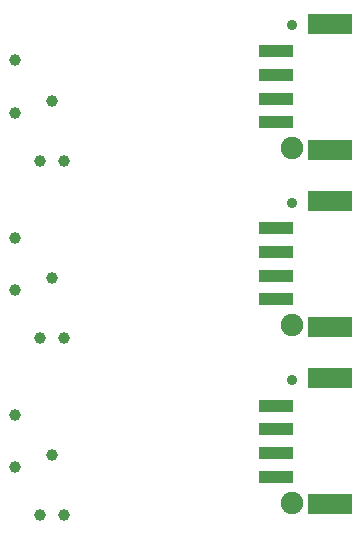
<source format=gbs>
G04 #@! TF.FileFunction,Soldermask,Bot*
%FSLAX46Y46*%
G04 Gerber Fmt 4.6, Leading zero omitted, Abs format (unit mm)*
G04 Created by KiCad (PCBNEW 0.201512311516+6410~40~ubuntu14.04.1-stable) date Sun 03 Jan 2016 05:14:07 GMT*
%MOMM*%
G01*
G04 APERTURE LIST*
%ADD10C,0.100000*%
%ADD11C,1.000000*%
%ADD12R,3.800000X1.800000*%
%ADD13C,0.900000*%
%ADD14C,1.900000*%
%ADD15R,3.000000X1.000000*%
G04 APERTURE END LIST*
D10*
D11*
X110500000Y-83275000D03*
X110500000Y-87725000D03*
X113635000Y-86710000D03*
X112619000Y-91790000D03*
X114651000Y-91790000D03*
D12*
X137250000Y-80150000D03*
X137250000Y-90850000D03*
D13*
X134000000Y-80300000D03*
D14*
X134000000Y-90700000D03*
D15*
X132650000Y-82500000D03*
X132650000Y-84500000D03*
X132650000Y-86500000D03*
X132650000Y-88500000D03*
D11*
X110500000Y-98275000D03*
X110500000Y-102725000D03*
X113635000Y-101710000D03*
X112619000Y-106790000D03*
X114651000Y-106790000D03*
D12*
X137250000Y-95150000D03*
X137250000Y-105850000D03*
D13*
X134000000Y-95300000D03*
D14*
X134000000Y-105700000D03*
D15*
X132650000Y-97500000D03*
X132650000Y-99500000D03*
X132650000Y-101500000D03*
X132650000Y-103500000D03*
D11*
X110500000Y-113275000D03*
X110500000Y-117725000D03*
X113635000Y-116710000D03*
X112619000Y-121790000D03*
X114651000Y-121790000D03*
D12*
X137250000Y-110150000D03*
X137250000Y-120850000D03*
D13*
X134000000Y-110300000D03*
D14*
X134000000Y-120700000D03*
D15*
X132650000Y-112500000D03*
X132650000Y-114500000D03*
X132650000Y-116500000D03*
X132650000Y-118500000D03*
M02*

</source>
